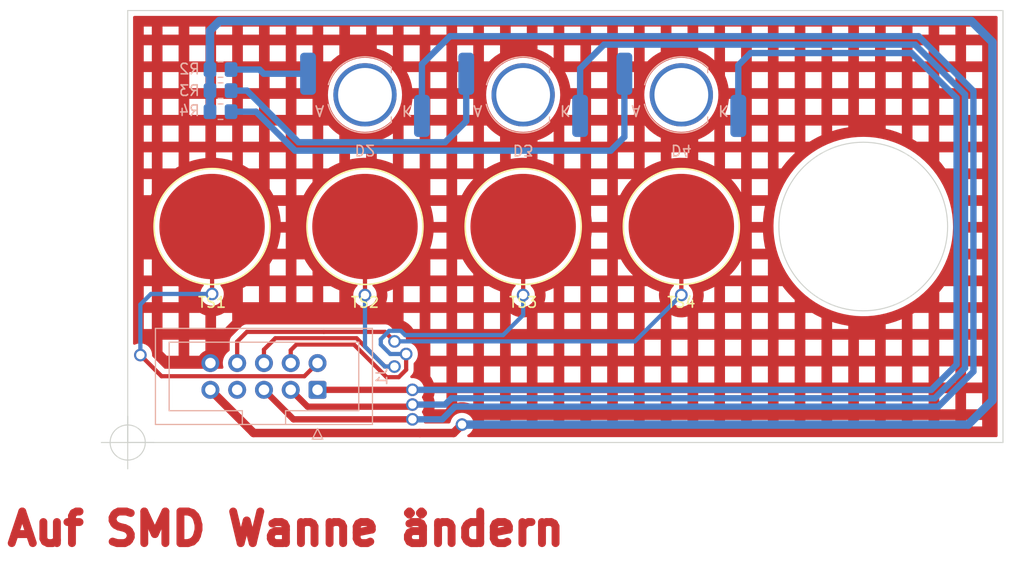
<source format=kicad_pcb>
(kicad_pcb (version 20211014) (generator pcbnew)
  (layers (0 "F.Cu" signal) (31 "B.Cu" signal) (34 "B.Paste" user) (35 "F.Paste" user) (36 "B.SilkS" user "B.Silkscreen") (37 "F.SilkS" user "F.Silkscreen") (38 "B.Mask" user) (39 "F.Mask" user) (44 "Edge.Cuts" user))
  (net 0 "")
  (net 1 "LED-ANALOG-INT")
  (net 2 "Net-(R2-Pad2)")
  (net 3 "LED-ANALOG-EXT")
  (net 4 "Net-(R3-Pad2)")
  (net 5 "LED-BT")
  (net 6 "Net-(R4-Pad2)")
  (net 7 "TOUCH-KEY-POWER")
  (net 8 "TOUCH-KEY-ANALOG-EXT")
  (net 9 "TOUCH-KEY-ANALOG-INT")
  (net 11 "TOUCH-KEY-BT")
  (net 12 "+3V3")
  (net 13 "GNDD")
  (footprint "office-amp:TouchSensor" (layer "F.Cu") (at 138 100.5)
    (fp_text reference "TS1" (at 0 7.2 unlocked) (layer "F.SilkS"))
    (fp_text value "TouchSensor")
    (fp_circle (center 0 0) (end 5.5 0) (layer "F.SilkS") (width 0.15) (fill none))
    (pad "1" smd circle (at 0 0) (size 10 10) (layers "F.Cu" "F.Paste" "F.Mask") (net 7 "TOUCH-KEY-POWER"))
  )
  (footprint "office-amp:TouchSensor" (layer "F.Cu") (at 152.5 100.5)
    (fp_text reference "TS2" (at 0 7.2 unlocked) (layer "F.SilkS"))
    (fp_text value "TouchSensor")
    (fp_circle (center 0 0) (end 5.5 0) (layer "F.SilkS") (width 0.15) (fill none))
    (pad "1" smd circle (at 0 0) (size 10 10) (layers "F.Cu" "F.Paste" "F.Mask") (net 9 "TOUCH-KEY-ANALOG-INT"))
  )
  (footprint "office-amp:TouchSensor" (layer "F.Cu") (at 167.5 100.5)
    (fp_text reference "TS3" (at 0 7.2 unlocked) (layer "F.SilkS"))
    (fp_text value "TouchSensor")
    (fp_circle (center 0 0) (end 5.5 0) (layer "F.SilkS") (width 0.15) (fill none))
    (pad "1" smd circle (at 0 0) (size 10 10) (layers "F.Cu" "F.Paste" "F.Mask") (net 8 "TOUCH-KEY-ANALOG-EXT"))
  )
  (footprint "office-amp:TouchSensor" (layer "F.Cu") (at 182.5 100.5)
    (fp_text reference "TS4" (at 0 7.2 unlocked) (layer "F.SilkS"))
    (fp_text value "TouchSensor")
    (fp_circle (center 0 0) (end 5.5 0) (layer "F.SilkS") (width 0.15) (fill none))
    (pad "1" smd circle (at 0 0) (size 10 10) (layers "F.Cu" "F.Paste" "F.Mask") (net 11 "TOUCH-KEY-BT"))
  )
  (footprint "Resistor_SMD:R_0805_2012Metric_Pad1.20x1.40mm_HandSolder" (layer "B.Cu") (at 138.8 89.6)
    (fp_text reference "R4" (at -2.95 -0.1) (layer "B.SilkS") (effects (justify mirror)))
    (fp_text value "330R")
    (fp_line (start -0.227064 -0.735) (end 0.227064 -0.735) (layer "B.SilkS") (width 0.12))
    (fp_line (start -0.227064 0.735) (end 0.227064 0.735) (layer "B.SilkS") (width 0.12))
    (pad "1" smd roundrect (at -1 0) (size 1.2 1.4) (layers "B.Cu" "B.Paste" "B.Mask") (roundrect_rratio 0.208333) (net 12 "+3V3"))
    (pad "2" smd roundrect (at 1 0) (size 1.2 1.4) (layers "B.Cu" "B.Paste" "B.Mask") (roundrect_rratio 0.208333) (net 6 "Net-(R4-Pad2)"))
  )
  (footprint "office-amp:LED-5mm-ThroughPCB" (layer "B.Cu") (at 182.5 88)
    (fp_text reference "D4" (at 0 5.25 180 unlocked) (layer "B.SilkS") (effects (justify mirror)))
    (fp_text value "LED")
    (fp_text user "K" (at 4 1.5 180 unlocked) (layer "B.SilkS") (effects (justify mirror)))
    (fp_text user "A" (at -4.3 1.500752 180 unlocked) (layer "B.SilkS") (effects (justify mirror)))
    (fp_line (start 2.5 -2.1) (end 2.5 -2.6) (layer "B.SilkS") (width 0.12))
    (fp_line (start 2.5 2.1) (end 2.5 2.6) (layer "B.SilkS") (width 0.12))
    (fp_arc (start 2.504799 2.604991) (mid -0.987094 3.476441) (end -3.5 0.9) (layer "B.SilkS") (width 0.12))
    (fp_arc (start -3.475348 -0.965375) (mid -0.951749 -3.479104) (end 2.499999 -2.599999) (layer "B.SilkS") (width 0.12))
    (pad "" np_thru_hole circle (at 0 0) (size 6 6) (drill 5.1) (layers F&B.Cu *.Mask))
    (pad "1" smd roundrect (at 5.4 2 270) (size 4 1.5) (layers "B.Cu" "B.Paste" "B.Mask") (net 5 "LED-BT"))
    (pad "2" smd roundrect (at -5.4 -2 270) (size 4 1.5) (layers "B.Cu" "B.Paste" "B.Mask") (net 6 "Net-(R4-Pad2)"))
  )
  (footprint "Resistor_SMD:R_0805_2012Metric_Pad1.20x1.40mm_HandSolder" (layer "B.Cu") (at 138.8 85.6)
    (fp_text reference "R2" (at -2.95 -0.05) (layer "B.SilkS") (effects (justify mirror)))
    (fp_text value "330R")
    (fp_line (start -0.227064 0.735) (end 0.227064 0.735) (layer "B.SilkS") (width 0.12))
    (fp_line (start -0.227064 -0.735) (end 0.227064 -0.735) (layer "B.SilkS") (width 0.12))
    (pad "1" smd roundrect (at -1 0) (size 1.2 1.4) (layers "B.Cu" "B.Paste" "B.Mask") (roundrect_rratio 0.208333) (net 12 "+3V3"))
    (pad "2" smd roundrect (at 1 0) (size 1.2 1.4) (layers "B.Cu" "B.Paste" "B.Mask") (roundrect_rratio 0.208333) (net 2 "Net-(R2-Pad2)"))
  )
  (footprint "office-amp:LED-5mm-ThroughPCB" (layer "B.Cu") (at 152.5 88)
    (fp_text reference "D2" (at 0 5.25 180 unlocked) (layer "B.SilkS") (effects (justify mirror)))
    (fp_text value "LED")
    (fp_text user "K" (at 4 1.5 180 unlocked) (layer "B.SilkS") (effects (justify mirror)))
    (fp_text user "A" (at -4.3 1.500752 180 unlocked) (layer "B.SilkS") (effects (justify mirror)))
    (fp_line (start 2.5 2.1) (end 2.5 2.6) (layer "B.SilkS") (width 0.12))
    (fp_line (start 2.5 -2.1) (end 2.5 -2.6) (layer "B.SilkS") (width 0.12))
    (fp_arc (start -3.475348 -0.965375) (mid -0.951749 -3.479104) (end 2.499999 -2.599999) (layer "B.SilkS") (width 0.12))
    (fp_arc (start 2.504799 2.604991) (mid -0.987094 3.476441) (end -3.5 0.9) (layer "B.SilkS") (width 0.12))
    (pad "" np_thru_hole circle (at 0 0) (size 6 6) (drill 5.1) (layers F&B.Cu *.Mask))
    (pad "1" smd roundrect (at 5.4 2 270) (size 4 1.5) (layers "B.Cu" "B.Paste" "B.Mask") (net 1 "LED-ANALOG-INT"))
    (pad "2" smd roundrect (at -5.4 -2 270) (size 4 1.5) (layers "B.Cu" "B.Paste" "B.Mask") (net 2 "Net-(R2-Pad2)"))
  )
  (footprint "office-amp:LED-5mm-ThroughPCB" (layer "B.Cu") (at 167.5 88)
    (fp_text reference "D3" (at 0 5.25 180 unlocked) (layer "B.SilkS") (effects (justify mirror)))
    (fp_text value "LED")
    (fp_text user "K" (at 4 1.5 180 unlocked) (layer "B.SilkS") (effects (justify mirror)))
    (fp_text user "A" (at -4.3 1.500752 180 unlocked) (layer "B.SilkS") (effects (justify mirror)))
    (fp_line (start 2.5 -2.1) (end 2.5 -2.6) (layer "B.SilkS") (width 0.12))
    (fp_line (start 2.5 2.1) (end 2.5 2.6) (layer "B.SilkS") (width 0.12))
    (fp_arc (start 2.504799 2.604991) (mid -0.987094 3.476441) (end -3.5 0.9) (layer "B.SilkS") (width 0.12))
    (fp_arc (start -3.475348 -0.965375) (mid -0.951749 -3.479104) (end 2.499999 -2.599999) (layer "B.SilkS") (width 0.12))
    (pad "" np_thru_hole circle (at 0 0) (size 6 6) (drill 5.1) (layers F&B.Cu *.Mask))
    (pad "1" smd roundrect (at 5.4 2 270) (size 4 1.5) (layers "B.Cu" "B.Paste" "B.Mask") (net 3 "LED-ANALOG-EXT"))
    (pad "2" smd roundrect (at -5.4 -2 270) (size 4 1.5) (layers "B.Cu" "B.Paste" "B.Mask") (net 4 "Net-(R3-Pad2)"))
  )
  (footprint "Connector_IDC:IDC-Header_2x05_P2.54mm_Vertical" (layer "B.Cu") (at 148 116 90)
    (fp_text reference "J1" (at 1.27 6.1 90) (layer "B.SilkS") (effects (justify mirror)))
    (fp_text value "Conn_02x05_Odd_Even")
    (fp_line (start 5.83 -15.37) (end -3.29 -15.37) (layer "B.SilkS") (width 0.12))
    (fp_line (start -3.29 -3.03) (end -1.98 -3.03) (layer "B.SilkS") (width 0.12))
    (fp_line (start -1.98 -14.07) (end -1.98 -7.13) (layer "B.SilkS") (width 0.12))
    (fp_line (start -1.98 3.91) (end 4.52 3.91) (layer "B.SilkS") (width 0.12))
    (fp_line (start 5.83 5.21) (end 5.83 -15.37) (layer "B.SilkS") (width 0.12))
    (fp_line (start -4.68 0.5) (end -4.68 -0.5) (layer "B.SilkS") (width 0.12))
    (fp_line (start -1.98 -7.13) (end -1.98 -7.13) (layer "B.SilkS") (width 0.12))
    (fp_line (start -3.29 -15.37) (end -3.29 5.21) (layer "B.SilkS") (width 0.12))
    (fp_line (start 4.52 3.91) (end 4.52 -14.07) (layer "B.SilkS") (width 0.12))
    (fp_line (start -3.68 0) (end -4.68 0.5) (layer "B.SilkS") (width 0.12))
    (fp_line (start -4.68 -0.5) (end -3.68 0) (layer "B.SilkS") (width 0.12))
    (fp_line (start 4.52 -14.07) (end -1.98 -14.07) (layer "B.SilkS") (width 0.12))
    (fp_line (start -3.29 5.21) (end 5.83 5.21) (layer "B.SilkS") (width 0.12))
    (fp_line (start -1.98 -3.03) (end -1.98 3.91) (layer "B.SilkS") (width 0.12))
    (fp_line (start -1.98 -7.13) (end -3.29 -7.13) (layer "B.SilkS") (width 0.12))
    (pad "1" thru_hole roundrect (at 0 0 90) (size 1.7 1.7) (drill 1) (layers *.Cu *.Mask) (roundrect_rratio 0.147059) (net 5 "LED-BT"))
    (pad "2" thru_hole circle (at 2.54 0 90) (size 1.7 1.7) (drill 1) (layers *.Cu *.Mask) (net 7 "TOUCH-KEY-POWER"))
    (pad "3" thru_hole circle (at 0 -2.54 90) (size 1.7 1.7) (drill 1) (layers *.Cu *.Mask) (net 3 "LED-ANALOG-EXT"))
    (pad "4" thru_hole circle (at 2.54 -2.54 90) (size 1.7 1.7) (drill 1) (layers *.Cu *.Mask) (net 8 "TOUCH-KEY-ANALOG-EXT"))
    (pad "5" thru_hole circle (at 0 -5.08 90) (size 1.7 1.7) (drill 1) (layers *.Cu *.Mask) (net 1 "LED-ANALOG-INT"))
    (pad "6" thru_hole circle (at 2.54 -5.08 90) (size 1.7 1.7) (drill 1) (layers *.Cu *.Mask) (net 9 "TOUCH-KEY-ANALOG-INT"))
    (pad "7" thru_hole circle (at 0 -7.62 90) (size 1.7 1.7) (drill 1) (layers *.Cu *.Mask))
    (pad "8" thru_hole circle (at 2.54 -7.62 90) (size 1.7 1.7) (drill 1) (layers *.Cu *.Mask) (net 11 "TOUCH-KEY-BT"))
    (pad "9" thru_hole circle (at 0 -10.16 90) (size 1.7 1.7) (drill 1) (layers *.Cu *.Mask) (net 12 "+3V3"))
    (pad "10" thru_hole circle (at 2.54 -10.16 90) (size 1.7 1.7) (drill 1) (layers *.Cu *.Mask) (net 13 "GNDD"))
  )
  (footprint "Resistor_SMD:R_0805_2012Metric_Pad1.20x1.40mm_HandSolder" (layer "B.Cu") (at 138.8 87.6)
    (fp_text reference "R3" (at -2.95 0) (layer "B.SilkS") (effects (justify mirror)))
    (fp_text value "330R")
    (fp_line (start -0.227064 -0.735) (end 0.227064 -0.735) (layer "B.SilkS") (width 0.12))
    (fp_line (start -0.227064 0.735) (end 0.227064 0.735) (layer "B.SilkS") (width 0.12))
    (pad "1" smd roundrect (at -1 0) (size 1.2 1.4) (layers "B.Cu" "B.Paste" "B.Mask") (roundrect_rratio 0.208333) (net 12 "+3V3"))
    (pad "2" smd roundrect (at 1 0) (size 1.2 1.4) (layers "B.Cu" "B.Paste" "B.Mask") (roundrect_rratio 0.208333) (net 4 "Net-(R3-Pad2)"))
  )
  (gr_circle (center 199.75 100.5) (end 207.75 100.5) (layer "Edge.Cuts") (width 0.1) (fill none))
  (gr_line (start 213 80) (end 213 121) (layer "Edge.Cuts") (width 0.1))
  (gr_line (start 130 121) (end 130 80) (layer "Edge.Cuts") (width 0.1))
  (gr_line (start 213 121) (end 130 121) (layer "Edge.Cuts") (width 0.1))
  (gr_line (start 130 80) (end 213 80) (layer "Edge.Cuts") (width 0.1))
  (gr_text "Auf SMD Wanne ändern" (at 145 129.2) (layer "F.Cu") (effects (font (size 3 3) (thickness 0.75))))
  (target plus (at 130 121) (size 5) (width 0.1) (layer "Edge.Cuts"))
  (segment (start 145.719503 118.799503) (end 157 118.799503) (width 0.6) (layer "F.Cu") (net 1))
  (segment (start 142.92 116) (end 145.719503 118.799503) (width 0.6) (layer "F.Cu") (net 1))
  (via (at 157 118.799503) (size 1.2) (drill 0.8) (layers "F.Cu" "B.Cu") (net 1))
  (segment (start 160.564102 82.435898) (end 157.9 85.1) (width 0.6) (layer "B.Cu") (net 1))
  (segment (start 161.031652 117.59904) (end 206.862344 117.59904) (width 0.6) (layer "B.Cu") (net 1))
  (segment (start 159.831189 118.799503) (end 161.031652 117.59904) (width 0.6) (layer "B.Cu") (net 1))
  (segment (start 157 118.799503) (end 159.831189 118.799503) (width 0.6) (layer "B.Cu") (net 1))
  (segment (start 210.19904 87.637656) (end 204.997282 82.435898) (width 0.6) (layer "B.Cu") (net 1))
  (segment (start 157.9 85.1) (end 157.9 90) (width 0.6) (layer "B.Cu") (net 1))
  (segment (start 204.997282 82.435898) (end 160.564102 82.435898) (width 0.6) (layer "B.Cu") (net 1))
  (segment (start 210.19904 114.262344) (end 210.19904 87.637656) (width 0.6) (layer "B.Cu") (net 1))
  (segment (start 206.862344 117.59904) (end 210.19904 114.262344) (width 0.6) (layer "B.Cu") (net 1))
  (segment (start 142.5 85.6) (end 142.9 86) (width 0.6) (layer "B.Cu") (net 2))
  (segment (start 142.9 86) (end 147.1 86) (width 0.6) (layer "B.Cu") (net 2))
  (segment (start 139.8 85.6) (end 142.5 85.6) (width 0.6) (layer "B.Cu") (net 2))
  (segment (start 145.46 116) (end 147.06 117.6) (width 0.6) (layer "F.Cu") (net 3))
  (segment (start 156.8 117.6) (end 157 117.4) (width 0.4) (layer "F.Cu") (net 3))
  (segment (start 147.06 117.6) (end 156.8 117.6) (width 0.6) (layer "F.Cu") (net 3))
  (via (at 157 117.4) (size 1.2) (drill 0.8) (layers "F.Cu" "B.Cu") (net 3))
  (segment (start 209.39952 87.968828) (end 209.39952 113.931172) (width 0.6) (layer "B.Cu") (net 3))
  (segment (start 172.9 90) (end 172.9 85.5) (width 0.6) (layer "B.Cu") (net 3))
  (segment (start 160.70048 116.79952) (end 160.1 117.4) (width 0.6) (layer "B.Cu") (net 3))
  (segment (start 160.1 117.4) (end 157 117.4) (width 0.6) (layer "B.Cu") (net 3))
  (segment (start 175.164582 83.235418) (end 204.66611 83.235418) (width 0.6) (layer "B.Cu") (net 3))
  (segment (start 204.66611 83.235418) (end 209.39952 87.968828) (width 0.6) (layer "B.Cu") (net 3))
  (segment (start 209.39952 113.931172) (end 206.531172 116.79952) (width 0.6) (layer "B.Cu") (net 3))
  (segment (start 172.9 85.5) (end 175.164582 83.235418) (width 0.6) (layer "B.Cu") (net 3))
  (segment (start 206.531172 116.79952) (end 160.70048 116.79952) (width 0.6) (layer "B.Cu") (net 3))
  (segment (start 141.3 87.6) (end 146.2 92.5) (width 0.6) (layer "B.Cu") (net 4))
  (segment (start 146.2 92.5) (end 160.1 92.5) (width 0.6) (layer "B.Cu") (net 4))
  (segment (start 139.8 87.6) (end 141.3 87.6) (width 0.6) (layer "B.Cu") (net 4))
  (segment (start 160.1 92.5) (end 162.1 90.5) (width 0.6) (layer "B.Cu") (net 4))
  (segment (start 162.1 90.5) (end 162.1 86) (width 0.6) (layer "B.Cu") (net 4))
  (segment (start 148 116) (end 157 116) (width 0.6) (layer "F.Cu") (net 5))
  (via (at 157 116) (size 1.2) (drill 0.8) (layers "F.Cu" "B.Cu") (net 5))
  (segment (start 189.065062 84.034938) (end 204.334938 84.034938) (width 0.6) (layer "B.Cu") (net 5))
  (segment (start 187.9 85.2) (end 189.065062 84.034938) (width 0.6) (layer "B.Cu") (net 5))
  (segment (start 208.6 113.6) (end 206.2 116) (width 0.6) (layer "B.Cu") (net 5))
  (segment (start 204.334938 84.034938) (end 208.6 88.3) (width 0.6) (layer "B.Cu") (net 5))
  (segment (start 206.2 116) (end 157 116) (width 0.6) (layer "B.Cu") (net 5))
  (segment (start 187.9 90) (end 187.9 85.2) (width 0.6) (layer "B.Cu") (net 5))
  (segment (start 208.6 88.3) (end 208.6 113.6) (width 0.6) (layer "B.Cu") (net 5))
  (segment (start 175.80048 93.29952) (end 177.1 92) (width 0.6) (layer "B.Cu") (net 6))
  (segment (start 145.868828 93.29952) (end 175.80048 93.29952) (width 0.6) (layer "B.Cu") (net 6))
  (segment (start 177.1 92) (end 177.1 86) (width 0.6) (layer "B.Cu") (net 6))
  (segment (start 139.8 89.6) (end 142.169308 89.6) (width 0.6) (layer "B.Cu") (net 6))
  (segment (start 142.169308 89.6) (end 145.868828 93.29952) (width 0.6) (layer "B.Cu") (net 6))
  (segment (start 133.209511 114.709511) (end 146.750489 114.709511) (width 0.4) (layer "F.Cu") (net 7))
  (segment (start 133.209511 114.709511) (end 131.2 112.7) (width 0.4) (layer "F.Cu") (net 7))
  (segment (start 146.750489 114.709511) (end 148 113.46) (width 0.4) (layer "F.Cu") (net 7))
  (segment (start 138 100.5) (end 138 106.9) (width 0.4) (layer "F.Cu") (net 7))
  (via (at 131.2 112.7) (size 1.2) (drill 0.8) (layers "F.Cu" "B.Cu") (net 7))
  (via (at 138 106.9) (size 1.2) (drill 0.8) (layers "F.Cu" "B.Cu") (net 7))
  (segment (start 131.2 107.9) (end 131.2 112.7) (width 0.4) (layer "B.Cu") (net 7))
  (segment (start 132.2 106.9) (end 131.2 107.9) (width 0.4) (layer "B.Cu") (net 7))
  (segment (start 138 106.9) (end 132.2 106.9) (width 0.4) (layer "B.Cu") (net 7))
  (segment (start 156.402841 112.6) (end 156.402841 114.097159) (width 0.4) (layer "F.Cu") (net 8))
  (segment (start 154.55215 114.8) (end 151.45167 111.69952) (width 0.4) (layer "F.Cu") (net 8))
  (segment (start 145.46 112.24) (end 145.46 113.46) (width 0.4) (layer "F.Cu") (net 8))
  (segment (start 156.402841 114.097159) (end 155.7 114.8) (width 0.4) (layer "F.Cu") (net 8))
  (segment (start 155.7 114.8) (end 154.55215 114.8) (width 0.4) (layer "F.Cu") (net 8))
  (segment (start 146.00048 111.69952) (end 145.46 112.24) (width 0.4) (layer "F.Cu") (net 8))
  (segment (start 151.45167 111.69952) (end 146.00048 111.69952) (width 0.4) (layer "F.Cu") (net 8))
  (segment (start 167.5 100.5) (end 167.5 107) (width 0.4) (layer "F.Cu") (net 8))
  (via (at 167.5 107) (size 1.2) (drill 0.8) (layers "F.Cu" "B.Cu") (net 8))
  (via (at 156.402841 112.6) (size 1.2) (drill 0.8) (layers "F.Cu" "B.Cu") (net 8))
  (segment (start 155.9 110.4) (end 156.30048 110.80048) (width 0.4) (layer "B.Cu") (net 8))
  (segment (start 154.9 112.6) (end 154 111.7) (width 0.4) (layer "B.Cu") (net 8))
  (segment (start 165.59952 110.80048) (end 167.5 108.9) (width 0.4) (layer "B.Cu") (net 8))
  (segment (start 154 111.7) (end 154 111.2) (width 0.4) (layer "B.Cu") (net 8))
  (segment (start 156.402841 112.6) (end 154.9 112.6) (width 0.4) (layer "B.Cu") (net 8))
  (segment (start 167.5 108.9) (end 167.5 107) (width 0.4) (layer "B.Cu") (net 8))
  (segment (start 154.8 110.4) (end 155.9 110.4) (width 0.4) (layer "B.Cu") (net 8))
  (segment (start 154 111.2) (end 154.8 110.4) (width 0.4) (layer "B.Cu") (net 8))
  (segment (start 156.30048 110.80048) (end 165.59952 110.80048) (width 0.4) (layer "B.Cu") (net 8))
  (segment (start 154.393496 113.793496) (end 151.7 111.1) (width 0.4) (layer "F.Cu") (net 9))
  (segment (start 142.92 112.18) (end 142.92 113.46) (width 0.4) (layer "F.Cu") (net 9))
  (segment (start 152.5 100.5) (end 152.5 107) (width 0.4) (layer "F.Cu") (net 9))
  (segment (start 155.292996 113.793496) (end 154.393496 113.793496) (width 0.4) (layer "F.Cu") (net 9))
  (segment (start 144 111.1) (end 142.92 112.18) (width 0.4) (layer "F.Cu") (net 9))
  (segment (start 151.7 111.1) (end 144 111.1) (width 0.4) (layer "F.Cu") (net 9))
  (via (at 152.5 107) (size 1.2) (drill 0.8) (layers "F.Cu" "B.Cu") (net 9))
  (via (at 155.292996 113.793496) (size 1.2) (drill 0.8) (layers "F.Cu" "B.Cu") (net 9))
  (segment (start 152.5 111.9) (end 152.5 107) (width 0.4) (layer "B.Cu") (net 9))
  (segment (start 154.393496 113.793496) (end 152.5 111.9) (width 0.4) (layer "B.Cu") (net 9))
  (segment (start 155.292996 113.793496) (end 154.393496 113.793496) (width 0.4) (layer "B.Cu") (net 9))
  (segment (start 141.3 110.5) (end 148.6 110.5) (width 0.4) (layer "F.Cu") (net 11))
  (segment (start 148.6 110.5) (end 154.4 110.5) (width 0.4) (layer "F.Cu") (net 11))
  (segment (start 140.38 111.42) (end 141.3 110.5) (width 0.4) (layer "F.Cu") (net 11))
  (segment (start 154.4 110.5) (end 155.3 111.4) (width 0.4) (layer "F.Cu") (net 11))
  (segment (start 140.38 113.46) (end 140.38 111.42) (width 0.4) (layer "F.Cu") (net 11))
  (segment (start 182.5 100.5) (end 182.5 107) (width 0.4) (layer "F.Cu") (net 11))
  (via (at 182.5 107) (size 1.2) (drill 0.8) (layers "F.Cu" "B.Cu") (net 11))
  (via (at 155.3 111.4) (size 1.2) (drill 0.8) (layers "F.Cu" "B.Cu") (net 11))
  (segment (start 178.1 111.4) (end 178.45 111.05) (width 0.4) (layer "B.Cu") (net 11))
  (segment (start 155.3 111.4) (end 178.1 111.4) (width 0.4) (layer "B.Cu") (net 11))
  (segment (start 178.45 111.05) (end 182.5 107) (width 0.4) (layer "B.Cu") (net 11))
  (segment (start 141.94 120.1) (end 157.7 120.1) (width 0.8) (layer "F.Cu") (net 12))
  (segment (start 141.84 120) (end 141.94 120.1) (width 0.8) (layer "F.Cu") (net 12))
  (segment (start 160.9 120.1) (end 161.7 119.3) (width 0.8) (layer "F.Cu") (net 12))
  (segment (start 157.7 120.1) (end 160.9 120.1) (width 0.8) (layer "F.Cu") (net 12))
  (segment (start 137.84 116) (end 141.84 120) (width 0.8) (layer "F.Cu") (net 12))
  (via (at 161.7 119.3) (size 1.2) (drill 0.8) (layers "F.Cu" "B.Cu") (net 12))
  (segment (start 137.8 85.6) (end 137.8 87.6) (width 0.8) (layer "B.Cu") (net 12))
  (segment (start 212 117) (end 212 83) (width 0.8) (layer "B.Cu") (net 12))
  (segment (start 210 81) (end 138.7 81) (width 0.8) (layer "B.Cu") (net 12))
  (segment (start 161.7 119.3) (end 209.7 119.3) (width 0.8) (layer "B.Cu") (net 12))
  (segment (start 138.7 81) (end 137.8 81.9) (width 0.8) (layer "B.Cu") (net 12))
  (segment (start 212 83) (end 210 81) (width 0.8) (layer "B.Cu") (net 12))
  (segment (start 209.7 119.3) (end 212 117) (width 0.8) (layer "B.Cu") (net 12))
  (segment (start 137.8 87.6) (end 137.8 89.6) (width 0.8) (layer "B.Cu") (net 12))
  (segment (start 137.8 81.9) (end 137.8 85.6) (width 0.8) (layer "B.Cu") (net 12))
  (zone (net 13) (net_name "GNDD") (layer "F.Cu") (connect_pads yes (clearance 0.508)) (min_thickness 0.254) (fill yes (mode hatch) (thermal_gap 0.508) (thermal_bridge_width 0.508) (hatch_thickness 1.016) (hatch_gap 1.524) (hatch_orientation 0) (hatch_border_algorithm hatch_thickness) (hatch_min_hole_area 0.3))
    (polygon (pts (xy 215 123) (xy 129 123) (xy 129 79) (xy 215 79)))
  )
)
</source>
